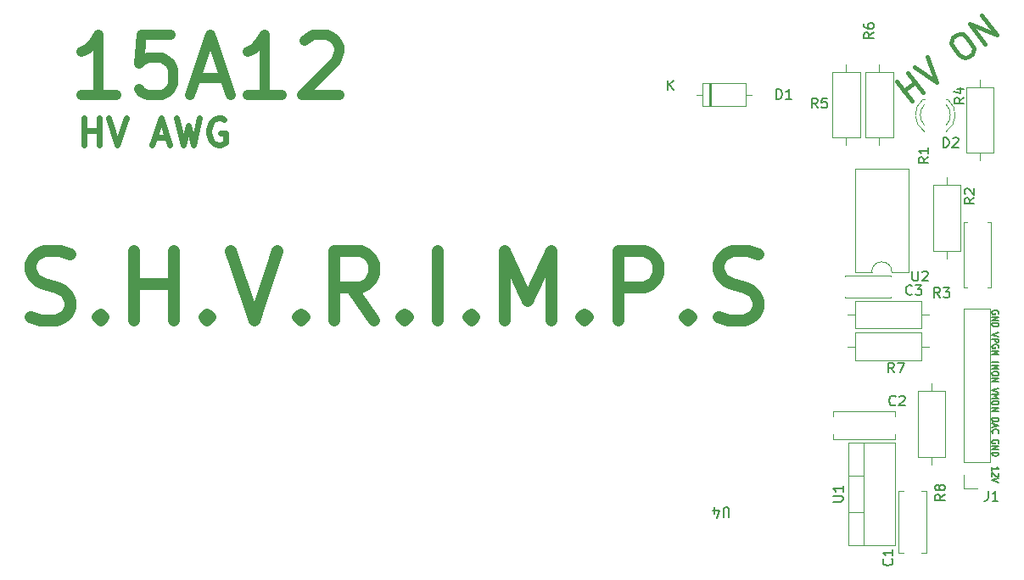
<source format=gbr>
%TF.GenerationSoftware,KiCad,Pcbnew,(6.0.5-0)*%
%TF.CreationDate,2022-06-28T18:21:39+01:00*%
%TF.ProjectId,revised_minh_design,72657669-7365-4645-9f6d-696e685f6465,rev?*%
%TF.SameCoordinates,Original*%
%TF.FileFunction,Legend,Top*%
%TF.FilePolarity,Positive*%
%FSLAX46Y46*%
G04 Gerber Fmt 4.6, Leading zero omitted, Abs format (unit mm)*
G04 Created by KiCad (PCBNEW (6.0.5-0)) date 2022-06-28 18:21:39*
%MOMM*%
%LPD*%
G01*
G04 APERTURE LIST*
%ADD10C,0.600000*%
%ADD11C,1.200000*%
%ADD12C,0.150000*%
%ADD13C,0.400000*%
%ADD14C,1.000000*%
%ADD15C,0.120000*%
G04 APERTURE END LIST*
D10*
X95354857Y-36781428D02*
X95354857Y-34081428D01*
X95354857Y-35367142D02*
X96897714Y-35367142D01*
X96897714Y-36781428D02*
X96897714Y-34081428D01*
X97797714Y-34081428D02*
X98697714Y-36781428D01*
X99597714Y-34081428D01*
X102426285Y-36010000D02*
X103712000Y-36010000D01*
X102169142Y-36781428D02*
X103069142Y-34081428D01*
X103969142Y-36781428D01*
X104612000Y-34081428D02*
X105254857Y-36781428D01*
X105769142Y-34852857D01*
X106283428Y-36781428D01*
X106926285Y-34081428D01*
X109369142Y-34210000D02*
X109112000Y-34081428D01*
X108726285Y-34081428D01*
X108340571Y-34210000D01*
X108083428Y-34467142D01*
X107954857Y-34724285D01*
X107826285Y-35238571D01*
X107826285Y-35624285D01*
X107954857Y-36138571D01*
X108083428Y-36395714D01*
X108340571Y-36652857D01*
X108726285Y-36781428D01*
X108983428Y-36781428D01*
X109369142Y-36652857D01*
X109497714Y-36524285D01*
X109497714Y-35624285D01*
X108983428Y-35624285D01*
D11*
X90031666Y-54014333D02*
X91031666Y-54347666D01*
X92698333Y-54347666D01*
X93365000Y-54014333D01*
X93698333Y-53681000D01*
X94031666Y-53014333D01*
X94031666Y-52347666D01*
X93698333Y-51681000D01*
X93365000Y-51347666D01*
X92698333Y-51014333D01*
X91365000Y-50681000D01*
X90698333Y-50347666D01*
X90365000Y-50014333D01*
X90031666Y-49347666D01*
X90031666Y-48681000D01*
X90365000Y-48014333D01*
X90698333Y-47681000D01*
X91365000Y-47347666D01*
X93031666Y-47347666D01*
X94031666Y-47681000D01*
X97031666Y-53681000D02*
X97365000Y-54014333D01*
X97031666Y-54347666D01*
X96698333Y-54014333D01*
X97031666Y-53681000D01*
X97031666Y-54347666D01*
X100365000Y-54347666D02*
X100365000Y-47347666D01*
X100365000Y-50681000D02*
X104365000Y-50681000D01*
X104365000Y-54347666D02*
X104365000Y-47347666D01*
X107698333Y-53681000D02*
X108031666Y-54014333D01*
X107698333Y-54347666D01*
X107365000Y-54014333D01*
X107698333Y-53681000D01*
X107698333Y-54347666D01*
X110031666Y-47347666D02*
X112365000Y-54347666D01*
X114698333Y-47347666D01*
X117031666Y-53681000D02*
X117365000Y-54014333D01*
X117031666Y-54347666D01*
X116698333Y-54014333D01*
X117031666Y-53681000D01*
X117031666Y-54347666D01*
X124365000Y-54347666D02*
X122031666Y-51014333D01*
X120365000Y-54347666D02*
X120365000Y-47347666D01*
X123031666Y-47347666D01*
X123698333Y-47681000D01*
X124031666Y-48014333D01*
X124365000Y-48681000D01*
X124365000Y-49681000D01*
X124031666Y-50347666D01*
X123698333Y-50681000D01*
X123031666Y-51014333D01*
X120365000Y-51014333D01*
X127364999Y-53681000D02*
X127698333Y-54014333D01*
X127364999Y-54347666D01*
X127031666Y-54014333D01*
X127364999Y-53681000D01*
X127364999Y-54347666D01*
X130698333Y-54347666D02*
X130698333Y-47347666D01*
X134031666Y-53681000D02*
X134365000Y-54014333D01*
X134031666Y-54347666D01*
X133698333Y-54014333D01*
X134031666Y-53681000D01*
X134031666Y-54347666D01*
X137365000Y-54347666D02*
X137365000Y-47347666D01*
X139698333Y-52347666D01*
X142031666Y-47347666D01*
X142031666Y-54347666D01*
X145365000Y-53681000D02*
X145698333Y-54014333D01*
X145365000Y-54347666D01*
X145031666Y-54014333D01*
X145365000Y-53681000D01*
X145365000Y-54347666D01*
X148698333Y-54347666D02*
X148698333Y-47347666D01*
X151365000Y-47347666D01*
X152031666Y-47681000D01*
X152365000Y-48014333D01*
X152698333Y-48681000D01*
X152698333Y-49681000D01*
X152365000Y-50347666D01*
X152031666Y-50681000D01*
X151365000Y-51014333D01*
X148698333Y-51014333D01*
X155698333Y-53681000D02*
X156031666Y-54014333D01*
X155698333Y-54347666D01*
X155365000Y-54014333D01*
X155698333Y-53681000D01*
X155698333Y-54347666D01*
X158698333Y-54014333D02*
X159698333Y-54347666D01*
X161365000Y-54347666D01*
X162031666Y-54014333D01*
X162365000Y-53681000D01*
X162698333Y-53014333D01*
X162698333Y-52347666D01*
X162365000Y-51681000D01*
X162031666Y-51347666D01*
X161365000Y-51014333D01*
X160031666Y-50681000D01*
X159365000Y-50347666D01*
X159031666Y-50014333D01*
X158698333Y-49347666D01*
X158698333Y-48681000D01*
X159031666Y-48014333D01*
X159365000Y-47681000D01*
X160031666Y-47347666D01*
X161698333Y-47347666D01*
X162698333Y-47681000D01*
D12*
X186659000Y-53649000D02*
X186692333Y-53591857D01*
X186692333Y-53506142D01*
X186659000Y-53420428D01*
X186592333Y-53363285D01*
X186525666Y-53334714D01*
X186392333Y-53306142D01*
X186292333Y-53306142D01*
X186159000Y-53334714D01*
X186092333Y-53363285D01*
X186025666Y-53420428D01*
X185992333Y-53506142D01*
X185992333Y-53563285D01*
X186025666Y-53649000D01*
X186059000Y-53677571D01*
X186292333Y-53677571D01*
X186292333Y-53563285D01*
X185992333Y-53934714D02*
X186692333Y-53934714D01*
X185992333Y-54277571D01*
X186692333Y-54277571D01*
X185992333Y-54563285D02*
X186692333Y-54563285D01*
X186692333Y-54706142D01*
X186659000Y-54791857D01*
X186592333Y-54849000D01*
X186525666Y-54877571D01*
X186392333Y-54906142D01*
X186292333Y-54906142D01*
X186159000Y-54877571D01*
X186092333Y-54849000D01*
X186025666Y-54791857D01*
X185992333Y-54706142D01*
X185992333Y-54563285D01*
X186692333Y-55534714D02*
X185992333Y-55734714D01*
X186692333Y-55934714D01*
X185992333Y-56134714D02*
X186692333Y-56134714D01*
X186692333Y-56363285D01*
X186659000Y-56420428D01*
X186625666Y-56449000D01*
X186559000Y-56477571D01*
X186459000Y-56477571D01*
X186392333Y-56449000D01*
X186359000Y-56420428D01*
X186325666Y-56363285D01*
X186325666Y-56134714D01*
X186659000Y-57049000D02*
X186692333Y-56991857D01*
X186692333Y-56906142D01*
X186659000Y-56820428D01*
X186592333Y-56763285D01*
X186525666Y-56734714D01*
X186392333Y-56706142D01*
X186292333Y-56706142D01*
X186159000Y-56734714D01*
X186092333Y-56763285D01*
X186025666Y-56820428D01*
X185992333Y-56906142D01*
X185992333Y-56963285D01*
X186025666Y-57049000D01*
X186059000Y-57077571D01*
X186292333Y-57077571D01*
X186292333Y-56963285D01*
X185992333Y-57334714D02*
X186692333Y-57334714D01*
X186192333Y-57534714D01*
X186692333Y-57734714D01*
X185992333Y-57734714D01*
X185992333Y-58477571D02*
X186692333Y-58477571D01*
X185992333Y-58763285D02*
X186692333Y-58763285D01*
X186192333Y-58963285D01*
X186692333Y-59163285D01*
X185992333Y-59163285D01*
X186692333Y-59563285D02*
X186692333Y-59677571D01*
X186659000Y-59734714D01*
X186592333Y-59791857D01*
X186459000Y-59820428D01*
X186225666Y-59820428D01*
X186092333Y-59791857D01*
X186025666Y-59734714D01*
X185992333Y-59677571D01*
X185992333Y-59563285D01*
X186025666Y-59506142D01*
X186092333Y-59449000D01*
X186225666Y-59420428D01*
X186459000Y-59420428D01*
X186592333Y-59449000D01*
X186659000Y-59506142D01*
X186692333Y-59563285D01*
X185992333Y-60077571D02*
X186692333Y-60077571D01*
X185992333Y-60420428D01*
X186692333Y-60420428D01*
X186692333Y-61077571D02*
X185992333Y-61277571D01*
X186692333Y-61477571D01*
X185992333Y-61677571D02*
X186692333Y-61677571D01*
X186192333Y-61877571D01*
X186692333Y-62077571D01*
X185992333Y-62077571D01*
X186692333Y-62477571D02*
X186692333Y-62591857D01*
X186659000Y-62649000D01*
X186592333Y-62706142D01*
X186459000Y-62734714D01*
X186225666Y-62734714D01*
X186092333Y-62706142D01*
X186025666Y-62649000D01*
X185992333Y-62591857D01*
X185992333Y-62477571D01*
X186025666Y-62420428D01*
X186092333Y-62363285D01*
X186225666Y-62334714D01*
X186459000Y-62334714D01*
X186592333Y-62363285D01*
X186659000Y-62420428D01*
X186692333Y-62477571D01*
X185992333Y-62991857D02*
X186692333Y-62991857D01*
X185992333Y-63334714D01*
X186692333Y-63334714D01*
X185992333Y-64077571D02*
X186692333Y-64077571D01*
X186692333Y-64220428D01*
X186659000Y-64306142D01*
X186592333Y-64363285D01*
X186525666Y-64391857D01*
X186392333Y-64420428D01*
X186292333Y-64420428D01*
X186159000Y-64391857D01*
X186092333Y-64363285D01*
X186025666Y-64306142D01*
X185992333Y-64220428D01*
X185992333Y-64077571D01*
X186192333Y-64649000D02*
X186192333Y-64934714D01*
X185992333Y-64591857D02*
X186692333Y-64791857D01*
X185992333Y-64991857D01*
X186059000Y-65534714D02*
X186025666Y-65506142D01*
X185992333Y-65420428D01*
X185992333Y-65363285D01*
X186025666Y-65277571D01*
X186092333Y-65220428D01*
X186159000Y-65191857D01*
X186292333Y-65163285D01*
X186392333Y-65163285D01*
X186525666Y-65191857D01*
X186592333Y-65220428D01*
X186659000Y-65277571D01*
X186692333Y-65363285D01*
X186692333Y-65420428D01*
X186659000Y-65506142D01*
X186625666Y-65534714D01*
X186659000Y-66563285D02*
X186692333Y-66506142D01*
X186692333Y-66420428D01*
X186659000Y-66334714D01*
X186592333Y-66277571D01*
X186525666Y-66249000D01*
X186392333Y-66220428D01*
X186292333Y-66220428D01*
X186159000Y-66249000D01*
X186092333Y-66277571D01*
X186025666Y-66334714D01*
X185992333Y-66420428D01*
X185992333Y-66477571D01*
X186025666Y-66563285D01*
X186059000Y-66591857D01*
X186292333Y-66591857D01*
X186292333Y-66477571D01*
X185992333Y-66849000D02*
X186692333Y-66849000D01*
X185992333Y-67191857D01*
X186692333Y-67191857D01*
X185992333Y-67477571D02*
X186692333Y-67477571D01*
X186692333Y-67620428D01*
X186659000Y-67706142D01*
X186592333Y-67763285D01*
X186525666Y-67791857D01*
X186392333Y-67820428D01*
X186292333Y-67820428D01*
X186159000Y-67791857D01*
X186092333Y-67763285D01*
X186025666Y-67706142D01*
X185992333Y-67620428D01*
X185992333Y-67477571D01*
X185992333Y-69306142D02*
X185992333Y-68963285D01*
X185992333Y-69134714D02*
X186692333Y-69134714D01*
X186592333Y-69077571D01*
X186525666Y-69020428D01*
X186492333Y-68963285D01*
X186625666Y-69534714D02*
X186659000Y-69563285D01*
X186692333Y-69620428D01*
X186692333Y-69763285D01*
X186659000Y-69820428D01*
X186625666Y-69849000D01*
X186559000Y-69877571D01*
X186492333Y-69877571D01*
X186392333Y-69849000D01*
X185992333Y-69506142D01*
X185992333Y-69877571D01*
X186692333Y-70049000D02*
X185992333Y-70249000D01*
X186692333Y-70449000D01*
D13*
X178015374Y-32398112D02*
X176476220Y-30428085D01*
X177209151Y-31366193D02*
X178334880Y-30486677D01*
X179141104Y-31518596D02*
X177601950Y-29548569D01*
X178258626Y-29035518D02*
X180454455Y-30492493D01*
X179571977Y-28009415D01*
X182104869Y-26030503D02*
X182480112Y-25737331D01*
X182741027Y-25684556D01*
X183075234Y-25725592D01*
X183462217Y-26027542D01*
X183975268Y-26684217D01*
X184174630Y-27132754D01*
X184133594Y-27466961D01*
X184019266Y-27707358D01*
X183644022Y-28000530D01*
X183383108Y-28053306D01*
X183048900Y-28012270D01*
X182661917Y-27710320D01*
X182148866Y-27053644D01*
X181949505Y-26605108D01*
X181990540Y-26270900D01*
X182104869Y-26030503D01*
X185332617Y-26681256D02*
X183793463Y-24711229D01*
X186458346Y-25801739D01*
X184919193Y-23831712D01*
D14*
X98566428Y-31797285D02*
X95137857Y-31797285D01*
X96852142Y-31797285D02*
X96852142Y-25797285D01*
X96280714Y-26654428D01*
X95709285Y-27225857D01*
X95137857Y-27511571D01*
X103995000Y-25797285D02*
X101137857Y-25797285D01*
X100852142Y-28654428D01*
X101137857Y-28368714D01*
X101709285Y-28083000D01*
X103137857Y-28083000D01*
X103709285Y-28368714D01*
X103995000Y-28654428D01*
X104280714Y-29225857D01*
X104280714Y-30654428D01*
X103995000Y-31225857D01*
X103709285Y-31511571D01*
X103137857Y-31797285D01*
X101709285Y-31797285D01*
X101137857Y-31511571D01*
X100852142Y-31225857D01*
X106566428Y-30083000D02*
X109423571Y-30083000D01*
X105995000Y-31797285D02*
X107995000Y-25797285D01*
X109995000Y-31797285D01*
X115137857Y-31797285D02*
X111709285Y-31797285D01*
X113423571Y-31797285D02*
X113423571Y-25797285D01*
X112852142Y-26654428D01*
X112280714Y-27225857D01*
X111709285Y-27511571D01*
X117423571Y-26368714D02*
X117709285Y-26083000D01*
X118280714Y-25797285D01*
X119709285Y-25797285D01*
X120280714Y-26083000D01*
X120566428Y-26368714D01*
X120852142Y-26940142D01*
X120852142Y-27511571D01*
X120566428Y-28368714D01*
X117137857Y-31797285D01*
X120852142Y-31797285D01*
D12*
%TO.C, *%
%TO.C,R1*%
X179649380Y-38012666D02*
X179173190Y-38346000D01*
X179649380Y-38584095D02*
X178649380Y-38584095D01*
X178649380Y-38203142D01*
X178697000Y-38107904D01*
X178744619Y-38060285D01*
X178839857Y-38012666D01*
X178982714Y-38012666D01*
X179077952Y-38060285D01*
X179125571Y-38107904D01*
X179173190Y-38203142D01*
X179173190Y-38584095D01*
X179649380Y-37060285D02*
X179649380Y-37631714D01*
X179649380Y-37346000D02*
X178649380Y-37346000D01*
X178792238Y-37441238D01*
X178887476Y-37536476D01*
X178935095Y-37631714D01*
%TO.C,D1*%
X164488904Y-32202380D02*
X164488904Y-31202380D01*
X164727000Y-31202380D01*
X164869857Y-31250000D01*
X164965095Y-31345238D01*
X165012714Y-31440476D01*
X165060333Y-31630952D01*
X165060333Y-31773809D01*
X165012714Y-31964285D01*
X164965095Y-32059523D01*
X164869857Y-32154761D01*
X164727000Y-32202380D01*
X164488904Y-32202380D01*
X166012714Y-32202380D02*
X165441285Y-32202380D01*
X165727000Y-32202380D02*
X165727000Y-31202380D01*
X165631761Y-31345238D01*
X165536523Y-31440476D01*
X165441285Y-31488095D01*
X153662095Y-31313380D02*
X153662095Y-30313380D01*
X154233523Y-31313380D02*
X153804952Y-30741952D01*
X154233523Y-30313380D02*
X153662095Y-30884809D01*
%TO.C,C1*%
X175998142Y-78144666D02*
X176045761Y-78192285D01*
X176093380Y-78335142D01*
X176093380Y-78430380D01*
X176045761Y-78573238D01*
X175950523Y-78668476D01*
X175855285Y-78716095D01*
X175664809Y-78763714D01*
X175521952Y-78763714D01*
X175331476Y-78716095D01*
X175236238Y-78668476D01*
X175141000Y-78573238D01*
X175093380Y-78430380D01*
X175093380Y-78335142D01*
X175141000Y-78192285D01*
X175188619Y-78144666D01*
X176093380Y-77192285D02*
X176093380Y-77763714D01*
X176093380Y-77478000D02*
X175093380Y-77478000D01*
X175236238Y-77573238D01*
X175331476Y-77668476D01*
X175379095Y-77763714D01*
%TO.C,R7*%
X176236333Y-59507380D02*
X175903000Y-59031190D01*
X175664904Y-59507380D02*
X175664904Y-58507380D01*
X176045857Y-58507380D01*
X176141095Y-58555000D01*
X176188714Y-58602619D01*
X176236333Y-58697857D01*
X176236333Y-58840714D01*
X176188714Y-58935952D01*
X176141095Y-58983571D01*
X176045857Y-59031190D01*
X175664904Y-59031190D01*
X176569666Y-58507380D02*
X177236333Y-58507380D01*
X176807761Y-59507380D01*
%TO.C,R5*%
X168616333Y-33091380D02*
X168283000Y-32615190D01*
X168044904Y-33091380D02*
X168044904Y-32091380D01*
X168425857Y-32091380D01*
X168521095Y-32139000D01*
X168568714Y-32186619D01*
X168616333Y-32281857D01*
X168616333Y-32424714D01*
X168568714Y-32519952D01*
X168521095Y-32567571D01*
X168425857Y-32615190D01*
X168044904Y-32615190D01*
X169521095Y-32091380D02*
X169044904Y-32091380D01*
X168997285Y-32567571D01*
X169044904Y-32519952D01*
X169140142Y-32472333D01*
X169378238Y-32472333D01*
X169473476Y-32519952D01*
X169521095Y-32567571D01*
X169568714Y-32662809D01*
X169568714Y-32900904D01*
X169521095Y-32996142D01*
X169473476Y-33043761D01*
X169378238Y-33091380D01*
X169140142Y-33091380D01*
X169044904Y-33043761D01*
X168997285Y-32996142D01*
%TO.C, *%
%TO.C,R4*%
X183205380Y-32043666D02*
X182729190Y-32377000D01*
X183205380Y-32615095D02*
X182205380Y-32615095D01*
X182205380Y-32234142D01*
X182253000Y-32138904D01*
X182300619Y-32091285D01*
X182395857Y-32043666D01*
X182538714Y-32043666D01*
X182633952Y-32091285D01*
X182681571Y-32138904D01*
X182729190Y-32234142D01*
X182729190Y-32615095D01*
X182538714Y-31186523D02*
X183205380Y-31186523D01*
X182157761Y-31424619D02*
X182872047Y-31662714D01*
X182872047Y-31043666D01*
%TO.C,D2*%
X181125904Y-37028380D02*
X181125904Y-36028380D01*
X181364000Y-36028380D01*
X181506857Y-36076000D01*
X181602095Y-36171238D01*
X181649714Y-36266476D01*
X181697333Y-36456952D01*
X181697333Y-36599809D01*
X181649714Y-36790285D01*
X181602095Y-36885523D01*
X181506857Y-36980761D01*
X181364000Y-37028380D01*
X181125904Y-37028380D01*
X182078285Y-36123619D02*
X182125904Y-36076000D01*
X182221142Y-36028380D01*
X182459238Y-36028380D01*
X182554476Y-36076000D01*
X182602095Y-36123619D01*
X182649714Y-36218857D01*
X182649714Y-36314095D01*
X182602095Y-36456952D01*
X182030666Y-37028380D01*
X182649714Y-37028380D01*
%TO.C, *%
%TO.C,U4*%
X159765904Y-73953619D02*
X159765904Y-73144095D01*
X159718285Y-73048857D01*
X159670666Y-73001238D01*
X159575428Y-72953619D01*
X159384952Y-72953619D01*
X159289714Y-73001238D01*
X159242095Y-73048857D01*
X159194476Y-73144095D01*
X159194476Y-73953619D01*
X158289714Y-73620285D02*
X158289714Y-72953619D01*
X158527809Y-74001238D02*
X158765904Y-73286952D01*
X158146857Y-73286952D01*
%TO.C,U1*%
X170117380Y-72389904D02*
X170926904Y-72389904D01*
X171022142Y-72342285D01*
X171069761Y-72294666D01*
X171117380Y-72199428D01*
X171117380Y-72008952D01*
X171069761Y-71913714D01*
X171022142Y-71866095D01*
X170926904Y-71818476D01*
X170117380Y-71818476D01*
X171117380Y-70818476D02*
X171117380Y-71389904D01*
X171117380Y-71104190D02*
X170117380Y-71104190D01*
X170260238Y-71199428D01*
X170355476Y-71294666D01*
X170403095Y-71389904D01*
%TO.C,C2*%
X176363333Y-62714142D02*
X176315714Y-62761761D01*
X176172857Y-62809380D01*
X176077619Y-62809380D01*
X175934761Y-62761761D01*
X175839523Y-62666523D01*
X175791904Y-62571285D01*
X175744285Y-62380809D01*
X175744285Y-62237952D01*
X175791904Y-62047476D01*
X175839523Y-61952238D01*
X175934761Y-61857000D01*
X176077619Y-61809380D01*
X176172857Y-61809380D01*
X176315714Y-61857000D01*
X176363333Y-61904619D01*
X176744285Y-61904619D02*
X176791904Y-61857000D01*
X176887142Y-61809380D01*
X177125238Y-61809380D01*
X177220476Y-61857000D01*
X177268095Y-61904619D01*
X177315714Y-61999857D01*
X177315714Y-62095095D01*
X177268095Y-62237952D01*
X176696666Y-62809380D01*
X177315714Y-62809380D01*
%TO.C,C3*%
X178014333Y-51665142D02*
X177966714Y-51712761D01*
X177823857Y-51760380D01*
X177728619Y-51760380D01*
X177585761Y-51712761D01*
X177490523Y-51617523D01*
X177442904Y-51522285D01*
X177395285Y-51331809D01*
X177395285Y-51188952D01*
X177442904Y-50998476D01*
X177490523Y-50903238D01*
X177585761Y-50808000D01*
X177728619Y-50760380D01*
X177823857Y-50760380D01*
X177966714Y-50808000D01*
X178014333Y-50855619D01*
X178347666Y-50760380D02*
X178966714Y-50760380D01*
X178633380Y-51141333D01*
X178776238Y-51141333D01*
X178871476Y-51188952D01*
X178919095Y-51236571D01*
X178966714Y-51331809D01*
X178966714Y-51569904D01*
X178919095Y-51665142D01*
X178871476Y-51712761D01*
X178776238Y-51760380D01*
X178490523Y-51760380D01*
X178395285Y-51712761D01*
X178347666Y-51665142D01*
%TO.C,R6*%
X174188380Y-25566666D02*
X173712190Y-25900000D01*
X174188380Y-26138095D02*
X173188380Y-26138095D01*
X173188380Y-25757142D01*
X173236000Y-25661904D01*
X173283619Y-25614285D01*
X173378857Y-25566666D01*
X173521714Y-25566666D01*
X173616952Y-25614285D01*
X173664571Y-25661904D01*
X173712190Y-25757142D01*
X173712190Y-26138095D01*
X173188380Y-24709523D02*
X173188380Y-24900000D01*
X173236000Y-24995238D01*
X173283619Y-25042857D01*
X173426476Y-25138095D01*
X173616952Y-25185714D01*
X173997904Y-25185714D01*
X174093142Y-25138095D01*
X174140761Y-25090476D01*
X174188380Y-24995238D01*
X174188380Y-24804761D01*
X174140761Y-24709523D01*
X174093142Y-24661904D01*
X173997904Y-24614285D01*
X173759809Y-24614285D01*
X173664571Y-24661904D01*
X173616952Y-24709523D01*
X173569333Y-24804761D01*
X173569333Y-24995238D01*
X173616952Y-25090476D01*
X173664571Y-25138095D01*
X173759809Y-25185714D01*
%TO.C,R8*%
X181300380Y-71667666D02*
X180824190Y-72001000D01*
X181300380Y-72239095D02*
X180300380Y-72239095D01*
X180300380Y-71858142D01*
X180348000Y-71762904D01*
X180395619Y-71715285D01*
X180490857Y-71667666D01*
X180633714Y-71667666D01*
X180728952Y-71715285D01*
X180776571Y-71762904D01*
X180824190Y-71858142D01*
X180824190Y-72239095D01*
X180728952Y-71096238D02*
X180681333Y-71191476D01*
X180633714Y-71239095D01*
X180538476Y-71286714D01*
X180490857Y-71286714D01*
X180395619Y-71239095D01*
X180348000Y-71191476D01*
X180300380Y-71096238D01*
X180300380Y-70905761D01*
X180348000Y-70810523D01*
X180395619Y-70762904D01*
X180490857Y-70715285D01*
X180538476Y-70715285D01*
X180633714Y-70762904D01*
X180681333Y-70810523D01*
X180728952Y-70905761D01*
X180728952Y-71096238D01*
X180776571Y-71191476D01*
X180824190Y-71239095D01*
X180919428Y-71286714D01*
X181109904Y-71286714D01*
X181205142Y-71239095D01*
X181252761Y-71191476D01*
X181300380Y-71096238D01*
X181300380Y-70905761D01*
X181252761Y-70810523D01*
X181205142Y-70762904D01*
X181109904Y-70715285D01*
X180919428Y-70715285D01*
X180824190Y-70762904D01*
X180776571Y-70810523D01*
X180728952Y-70905761D01*
%TO.C,J1*%
X185594666Y-71334380D02*
X185594666Y-72048666D01*
X185547047Y-72191523D01*
X185451809Y-72286761D01*
X185308952Y-72334380D01*
X185213714Y-72334380D01*
X186594666Y-72334380D02*
X186023238Y-72334380D01*
X186308952Y-72334380D02*
X186308952Y-71334380D01*
X186213714Y-71477238D01*
X186118476Y-71572476D01*
X186023238Y-71620095D01*
%TO.C,R3*%
X180808333Y-52014380D02*
X180475000Y-51538190D01*
X180236904Y-52014380D02*
X180236904Y-51014380D01*
X180617857Y-51014380D01*
X180713095Y-51062000D01*
X180760714Y-51109619D01*
X180808333Y-51204857D01*
X180808333Y-51347714D01*
X180760714Y-51442952D01*
X180713095Y-51490571D01*
X180617857Y-51538190D01*
X180236904Y-51538190D01*
X181141666Y-51014380D02*
X181760714Y-51014380D01*
X181427380Y-51395333D01*
X181570238Y-51395333D01*
X181665476Y-51442952D01*
X181713095Y-51490571D01*
X181760714Y-51585809D01*
X181760714Y-51823904D01*
X181713095Y-51919142D01*
X181665476Y-51966761D01*
X181570238Y-52014380D01*
X181284523Y-52014380D01*
X181189285Y-51966761D01*
X181141666Y-51919142D01*
%TO.C,R2*%
X184221380Y-42076666D02*
X183745190Y-42410000D01*
X184221380Y-42648095D02*
X183221380Y-42648095D01*
X183221380Y-42267142D01*
X183269000Y-42171904D01*
X183316619Y-42124285D01*
X183411857Y-42076666D01*
X183554714Y-42076666D01*
X183649952Y-42124285D01*
X183697571Y-42171904D01*
X183745190Y-42267142D01*
X183745190Y-42648095D01*
X183316619Y-41695714D02*
X183269000Y-41648095D01*
X183221380Y-41552857D01*
X183221380Y-41314761D01*
X183269000Y-41219523D01*
X183316619Y-41171904D01*
X183411857Y-41124285D01*
X183507095Y-41124285D01*
X183649952Y-41171904D01*
X184221380Y-41743333D01*
X184221380Y-41124285D01*
%TO.C,U2*%
X178054095Y-49363380D02*
X178054095Y-50172904D01*
X178101714Y-50268142D01*
X178149333Y-50315761D01*
X178244571Y-50363380D01*
X178435047Y-50363380D01*
X178530285Y-50315761D01*
X178577904Y-50268142D01*
X178625523Y-50172904D01*
X178625523Y-49363380D01*
X179054095Y-49458619D02*
X179101714Y-49411000D01*
X179196952Y-49363380D01*
X179435047Y-49363380D01*
X179530285Y-49411000D01*
X179577904Y-49458619D01*
X179625523Y-49553857D01*
X179625523Y-49649095D01*
X179577904Y-49791952D01*
X179006476Y-50363380D01*
X179625523Y-50363380D01*
D15*
%TO.C,R1*%
X182853000Y-47339000D02*
X182853000Y-40799000D01*
X180113000Y-40799000D02*
X180113000Y-47339000D01*
X181483000Y-40029000D02*
X181483000Y-40799000D01*
X181483000Y-48109000D02*
X181483000Y-47339000D01*
X182853000Y-40799000D02*
X180113000Y-40799000D01*
X180113000Y-47339000D02*
X182853000Y-47339000D01*
%TO.C,D1*%
X156488000Y-31750000D02*
X157138000Y-31750000D01*
X157858000Y-30630000D02*
X157858000Y-32870000D01*
X157978000Y-30630000D02*
X157978000Y-32870000D01*
X161378000Y-30630000D02*
X157138000Y-30630000D01*
X157138000Y-30630000D02*
X157138000Y-32870000D01*
X162028000Y-31750000D02*
X161378000Y-31750000D01*
X157138000Y-32870000D02*
X161378000Y-32870000D01*
X161378000Y-32870000D02*
X161378000Y-30630000D01*
X157738000Y-30630000D02*
X157738000Y-32870000D01*
%TO.C,C1*%
X176684000Y-71302000D02*
X177129000Y-71302000D01*
X178979000Y-77542000D02*
X179424000Y-77542000D01*
X176684000Y-77542000D02*
X176684000Y-71302000D01*
X178979000Y-71302000D02*
X179424000Y-71302000D01*
X176684000Y-77542000D02*
X177129000Y-77542000D01*
X179424000Y-77542000D02*
X179424000Y-71302000D01*
%TO.C,R7*%
X178911000Y-58266000D02*
X178911000Y-55526000D01*
X178911000Y-55526000D02*
X172371000Y-55526000D01*
X179681000Y-56896000D02*
X178911000Y-56896000D01*
X171601000Y-56896000D02*
X172371000Y-56896000D01*
X172371000Y-58266000D02*
X178911000Y-58266000D01*
X172371000Y-55526000D02*
X172371000Y-58266000D01*
%TO.C,R5*%
X171450000Y-28726000D02*
X171450000Y-29496000D01*
X171450000Y-36806000D02*
X171450000Y-36036000D01*
X170080000Y-29496000D02*
X170080000Y-36036000D01*
X172820000Y-36036000D02*
X172820000Y-29496000D01*
X170080000Y-36036000D02*
X172820000Y-36036000D01*
X172820000Y-29496000D02*
X170080000Y-29496000D01*
%TO.C,R4*%
X183415000Y-37560000D02*
X186155000Y-37560000D01*
X184785000Y-38330000D02*
X184785000Y-37560000D01*
X183415000Y-31020000D02*
X183415000Y-37560000D01*
X186155000Y-37560000D02*
X186155000Y-31020000D01*
X184785000Y-30250000D02*
X184785000Y-31020000D01*
X186155000Y-31020000D02*
X183415000Y-31020000D01*
%TO.C,D2*%
X179260000Y-32217000D02*
X179104000Y-32217000D01*
X181576000Y-32217000D02*
X181420000Y-32217000D01*
X179104484Y-32217000D02*
G75*
G03*
X179261392Y-35449335I1235516J-1560000D01*
G01*
X179260000Y-32736039D02*
G75*
G03*
X179260163Y-34818130I1080000J-1040961D01*
G01*
X181419837Y-34818130D02*
G75*
G03*
X181420000Y-32736039I-1079837J1041130D01*
G01*
X181418608Y-35449335D02*
G75*
G03*
X181575516Y-32217000I-1078608J1672335D01*
G01*
%TO.C,U1*%
X171665000Y-76748000D02*
X171665000Y-66508000D01*
X173175000Y-76748000D02*
X173175000Y-66508000D01*
X171665000Y-73478000D02*
X173175000Y-73478000D01*
X171665000Y-69777000D02*
X173175000Y-69777000D01*
X171665000Y-76748000D02*
X176306000Y-76748000D01*
X171665000Y-66508000D02*
X176306000Y-66508000D01*
X176306000Y-76748000D02*
X176306000Y-66508000D01*
%TO.C,C2*%
X176348000Y-66140000D02*
X170108000Y-66140000D01*
X170108000Y-66140000D02*
X170108000Y-65695000D01*
X176348000Y-63400000D02*
X170108000Y-63400000D01*
X176348000Y-63845000D02*
X176348000Y-63400000D01*
X176348000Y-66140000D02*
X176348000Y-65695000D01*
X170108000Y-63845000D02*
X170108000Y-63400000D01*
%TO.C,C3*%
X175879000Y-49857000D02*
X175879000Y-49872000D01*
X175879000Y-51982000D02*
X175879000Y-51997000D01*
X171339000Y-49857000D02*
X175879000Y-49857000D01*
X171339000Y-51997000D02*
X175879000Y-51997000D01*
X171339000Y-51982000D02*
X171339000Y-51997000D01*
X171339000Y-49857000D02*
X171339000Y-49872000D01*
%TO.C,R6*%
X176122000Y-36036000D02*
X176122000Y-29496000D01*
X173382000Y-36036000D02*
X176122000Y-36036000D01*
X176122000Y-29496000D02*
X173382000Y-29496000D01*
X173382000Y-29496000D02*
X173382000Y-36036000D01*
X174752000Y-36806000D02*
X174752000Y-36036000D01*
X174752000Y-28726000D02*
X174752000Y-29496000D01*
%TO.C,R8*%
X178589000Y-67913000D02*
X181329000Y-67913000D01*
X178589000Y-61373000D02*
X178589000Y-67913000D01*
X179959000Y-68683000D02*
X179959000Y-67913000D01*
X181329000Y-67913000D02*
X181329000Y-61373000D01*
X181329000Y-61373000D02*
X178589000Y-61373000D01*
X179959000Y-60603000D02*
X179959000Y-61373000D01*
%TO.C,J1*%
X184506000Y-71053000D02*
X183176000Y-71053000D01*
X183176000Y-68453000D02*
X183176000Y-53153000D01*
X185836000Y-68453000D02*
X185836000Y-53153000D01*
X183176000Y-71053000D02*
X183176000Y-69723000D01*
X185836000Y-53153000D02*
X183176000Y-53153000D01*
X185836000Y-68453000D02*
X183176000Y-68453000D01*
%TO.C,R3*%
X172371000Y-55091000D02*
X178911000Y-55091000D01*
X179681000Y-53721000D02*
X178911000Y-53721000D01*
X172371000Y-52351000D02*
X172371000Y-55091000D01*
X178911000Y-52351000D02*
X172371000Y-52351000D01*
X171601000Y-53721000D02*
X172371000Y-53721000D01*
X178911000Y-55091000D02*
X178911000Y-52351000D01*
%TO.C,R2*%
X183161000Y-44482000D02*
X183161000Y-51022000D01*
X183491000Y-44482000D02*
X183161000Y-44482000D01*
X185571000Y-44482000D02*
X185901000Y-44482000D01*
X185901000Y-51022000D02*
X185571000Y-51022000D01*
X185901000Y-44482000D02*
X185901000Y-51022000D01*
X183161000Y-51022000D02*
X183491000Y-51022000D01*
%TO.C,U2*%
X177646000Y-39173000D02*
X172346000Y-39173000D01*
X172346000Y-39173000D02*
X172346000Y-49453000D01*
X172346000Y-49453000D02*
X173996000Y-49453000D01*
X175996000Y-49453000D02*
X177646000Y-49453000D01*
X177646000Y-49453000D02*
X177646000Y-39173000D01*
X175996000Y-49453000D02*
G75*
G03*
X173996000Y-49453000I-1000000J0D01*
G01*
%TD*%
M02*

</source>
